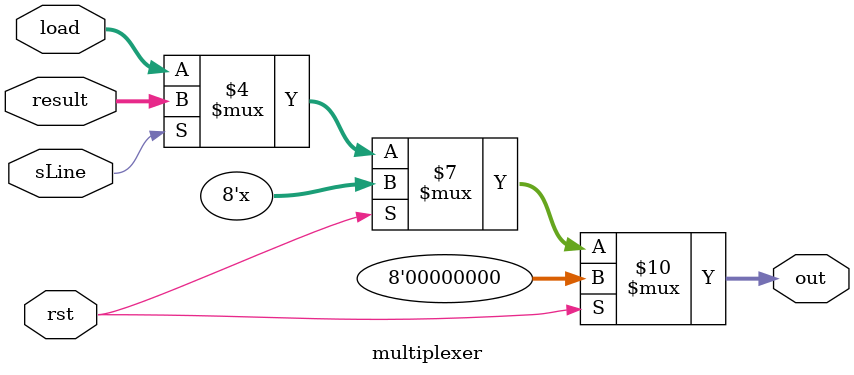
<source format=v>
module multiplexer(rst,sLine,load,result,out);
input rst,sLine;
input [7:0]load,result;
output reg [7:0]out;

always @(*) begin
if(rst) out = 8'd0;
else if(!sLine) out = load;
else out = result;
end

endmodule

</source>
